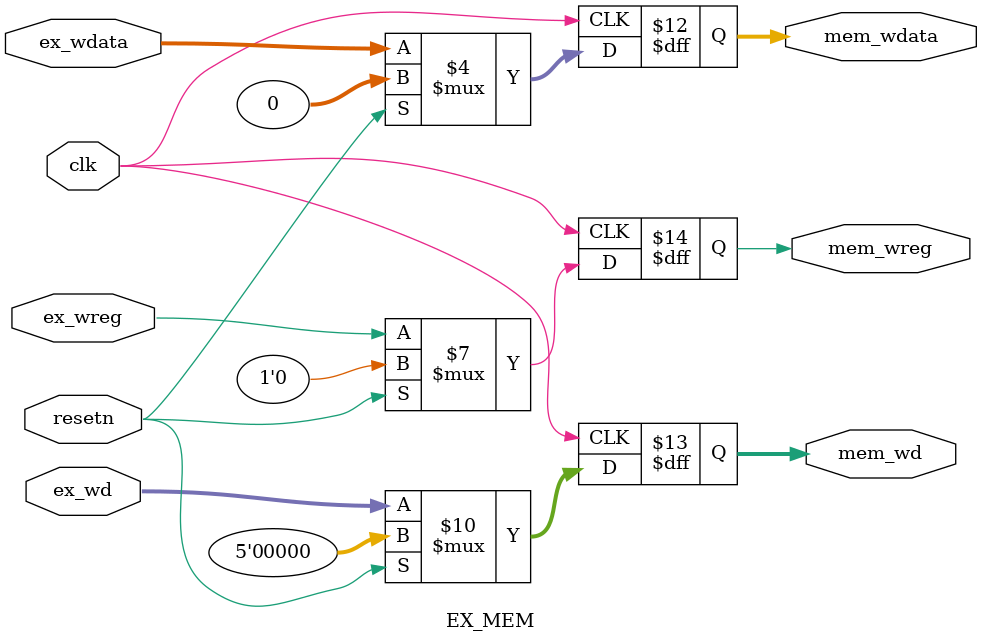
<source format=v>
`timescale 1ns / 1ps
`define RstEnable   		1'b1
`define RstDisable  		1'b0
`define ZeroWord			32'h00000000
`define NOPRegAddr			5'b00000
`define WriteEnable			1'b1
`define WriteDisable		1'b0		
module EX_MEM(
    input wire [31:0] ex_wdata,
    input wire [4:0] ex_wd,
    input wire ex_wreg,
    input wire clk,
    input wire resetn,
    output reg [31:0] mem_wdata,
    output reg [4:0] mem_wd,
    output reg mem_wreg
    );

	always @(posedge clk) begin
		if(resetn == `RstEnable) begin
			mem_wd		<= `NOPRegAddr;
			mem_wreg 	<= `WriteDisable;
			mem_wdata 	<= `ZeroWord;
		end else begin
			mem_wd		<= ex_wd;
			mem_wreg	<= ex_wreg;
			mem_wdata	<= ex_wdata;
		end
	end
	
endmodule

</source>
